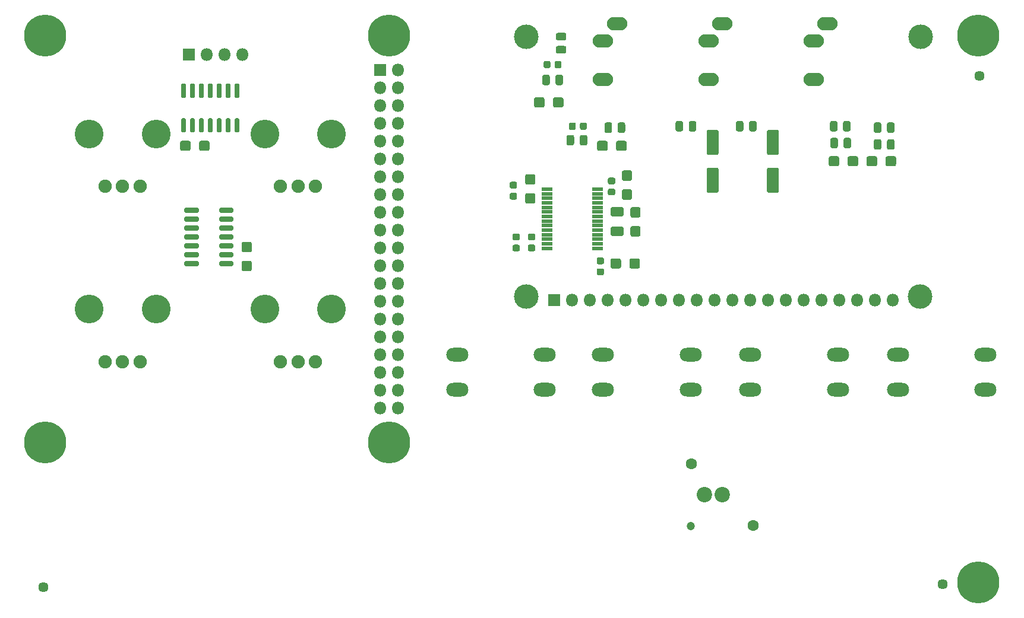
<source format=gbr>
%TF.GenerationSoftware,KiCad,Pcbnew,5.1.6-c6e7f7d~87~ubuntu18.04.1*%
%TF.CreationDate,2021-03-25T20:54:19+01:00*%
%TF.ProjectId,bz-hat,627a2d68-6174-42e6-9b69-6361645f7063,rev?*%
%TF.SameCoordinates,Original*%
%TF.FileFunction,Soldermask,Bot*%
%TF.FilePolarity,Negative*%
%FSLAX46Y46*%
G04 Gerber Fmt 4.6, Leading zero omitted, Abs format (unit mm)*
G04 Created by KiCad (PCBNEW 5.1.6-c6e7f7d~87~ubuntu18.04.1) date 2021-03-25 20:54:19*
%MOMM*%
%LPD*%
G01*
G04 APERTURE LIST*
%ADD10O,1.800000X1.800000*%
%ADD11R,1.800000X1.800000*%
%ADD12C,4.100000*%
%ADD13C,1.900000*%
%ADD14C,1.448000*%
%ADD15C,3.500000*%
%ADD16C,6.000000*%
%ADD17O,2.900000X1.900000*%
%ADD18O,3.148000X1.950000*%
%ADD19C,1.600000*%
%ADD20C,1.200000*%
%ADD21C,2.200000*%
%ADD22R,1.600000X0.500000*%
G04 APERTURE END LIST*
%TO.C,C14*%
G36*
G01*
X162318750Y-81700000D02*
X162881250Y-81700000D01*
G75*
G02*
X163125000Y-81943750I0J-243750D01*
G01*
X163125000Y-82431250D01*
G75*
G02*
X162881250Y-82675000I-243750J0D01*
G01*
X162318750Y-82675000D01*
G75*
G02*
X162075000Y-82431250I0J243750D01*
G01*
X162075000Y-81943750D01*
G75*
G02*
X162318750Y-81700000I243750J0D01*
G01*
G37*
G36*
G01*
X162318750Y-80125000D02*
X162881250Y-80125000D01*
G75*
G02*
X163125000Y-80368750I0J-243750D01*
G01*
X163125000Y-80856250D01*
G75*
G02*
X162881250Y-81100000I-243750J0D01*
G01*
X162318750Y-81100000D01*
G75*
G02*
X162075000Y-80856250I0J243750D01*
G01*
X162075000Y-80368750D01*
G75*
G02*
X162318750Y-80125000I243750J0D01*
G01*
G37*
%TD*%
%TO.C,U3*%
G36*
G01*
X108250000Y-81185000D02*
X108250000Y-80835000D01*
G75*
G02*
X108425000Y-80660000I175000J0D01*
G01*
X110125000Y-80660000D01*
G75*
G02*
X110300000Y-80835000I0J-175000D01*
G01*
X110300000Y-81185000D01*
G75*
G02*
X110125000Y-81360000I-175000J0D01*
G01*
X108425000Y-81360000D01*
G75*
G02*
X108250000Y-81185000I0J175000D01*
G01*
G37*
G36*
G01*
X108250000Y-79915000D02*
X108250000Y-79565000D01*
G75*
G02*
X108425000Y-79390000I175000J0D01*
G01*
X110125000Y-79390000D01*
G75*
G02*
X110300000Y-79565000I0J-175000D01*
G01*
X110300000Y-79915000D01*
G75*
G02*
X110125000Y-80090000I-175000J0D01*
G01*
X108425000Y-80090000D01*
G75*
G02*
X108250000Y-79915000I0J175000D01*
G01*
G37*
G36*
G01*
X108250000Y-78645000D02*
X108250000Y-78295000D01*
G75*
G02*
X108425000Y-78120000I175000J0D01*
G01*
X110125000Y-78120000D01*
G75*
G02*
X110300000Y-78295000I0J-175000D01*
G01*
X110300000Y-78645000D01*
G75*
G02*
X110125000Y-78820000I-175000J0D01*
G01*
X108425000Y-78820000D01*
G75*
G02*
X108250000Y-78645000I0J175000D01*
G01*
G37*
G36*
G01*
X108250000Y-77375000D02*
X108250000Y-77025000D01*
G75*
G02*
X108425000Y-76850000I175000J0D01*
G01*
X110125000Y-76850000D01*
G75*
G02*
X110300000Y-77025000I0J-175000D01*
G01*
X110300000Y-77375000D01*
G75*
G02*
X110125000Y-77550000I-175000J0D01*
G01*
X108425000Y-77550000D01*
G75*
G02*
X108250000Y-77375000I0J175000D01*
G01*
G37*
G36*
G01*
X108250000Y-76105000D02*
X108250000Y-75755000D01*
G75*
G02*
X108425000Y-75580000I175000J0D01*
G01*
X110125000Y-75580000D01*
G75*
G02*
X110300000Y-75755000I0J-175000D01*
G01*
X110300000Y-76105000D01*
G75*
G02*
X110125000Y-76280000I-175000J0D01*
G01*
X108425000Y-76280000D01*
G75*
G02*
X108250000Y-76105000I0J175000D01*
G01*
G37*
G36*
G01*
X108250000Y-74835000D02*
X108250000Y-74485000D01*
G75*
G02*
X108425000Y-74310000I175000J0D01*
G01*
X110125000Y-74310000D01*
G75*
G02*
X110300000Y-74485000I0J-175000D01*
G01*
X110300000Y-74835000D01*
G75*
G02*
X110125000Y-75010000I-175000J0D01*
G01*
X108425000Y-75010000D01*
G75*
G02*
X108250000Y-74835000I0J175000D01*
G01*
G37*
G36*
G01*
X108250000Y-73565000D02*
X108250000Y-73215000D01*
G75*
G02*
X108425000Y-73040000I175000J0D01*
G01*
X110125000Y-73040000D01*
G75*
G02*
X110300000Y-73215000I0J-175000D01*
G01*
X110300000Y-73565000D01*
G75*
G02*
X110125000Y-73740000I-175000J0D01*
G01*
X108425000Y-73740000D01*
G75*
G02*
X108250000Y-73565000I0J175000D01*
G01*
G37*
G36*
G01*
X103300000Y-73565000D02*
X103300000Y-73215000D01*
G75*
G02*
X103475000Y-73040000I175000J0D01*
G01*
X105175000Y-73040000D01*
G75*
G02*
X105350000Y-73215000I0J-175000D01*
G01*
X105350000Y-73565000D01*
G75*
G02*
X105175000Y-73740000I-175000J0D01*
G01*
X103475000Y-73740000D01*
G75*
G02*
X103300000Y-73565000I0J175000D01*
G01*
G37*
G36*
G01*
X103300000Y-74835000D02*
X103300000Y-74485000D01*
G75*
G02*
X103475000Y-74310000I175000J0D01*
G01*
X105175000Y-74310000D01*
G75*
G02*
X105350000Y-74485000I0J-175000D01*
G01*
X105350000Y-74835000D01*
G75*
G02*
X105175000Y-75010000I-175000J0D01*
G01*
X103475000Y-75010000D01*
G75*
G02*
X103300000Y-74835000I0J175000D01*
G01*
G37*
G36*
G01*
X103300000Y-76105000D02*
X103300000Y-75755000D01*
G75*
G02*
X103475000Y-75580000I175000J0D01*
G01*
X105175000Y-75580000D01*
G75*
G02*
X105350000Y-75755000I0J-175000D01*
G01*
X105350000Y-76105000D01*
G75*
G02*
X105175000Y-76280000I-175000J0D01*
G01*
X103475000Y-76280000D01*
G75*
G02*
X103300000Y-76105000I0J175000D01*
G01*
G37*
G36*
G01*
X103300000Y-77375000D02*
X103300000Y-77025000D01*
G75*
G02*
X103475000Y-76850000I175000J0D01*
G01*
X105175000Y-76850000D01*
G75*
G02*
X105350000Y-77025000I0J-175000D01*
G01*
X105350000Y-77375000D01*
G75*
G02*
X105175000Y-77550000I-175000J0D01*
G01*
X103475000Y-77550000D01*
G75*
G02*
X103300000Y-77375000I0J175000D01*
G01*
G37*
G36*
G01*
X103300000Y-78645000D02*
X103300000Y-78295000D01*
G75*
G02*
X103475000Y-78120000I175000J0D01*
G01*
X105175000Y-78120000D01*
G75*
G02*
X105350000Y-78295000I0J-175000D01*
G01*
X105350000Y-78645000D01*
G75*
G02*
X105175000Y-78820000I-175000J0D01*
G01*
X103475000Y-78820000D01*
G75*
G02*
X103300000Y-78645000I0J175000D01*
G01*
G37*
G36*
G01*
X103300000Y-79915000D02*
X103300000Y-79565000D01*
G75*
G02*
X103475000Y-79390000I175000J0D01*
G01*
X105175000Y-79390000D01*
G75*
G02*
X105350000Y-79565000I0J-175000D01*
G01*
X105350000Y-79915000D01*
G75*
G02*
X105175000Y-80090000I-175000J0D01*
G01*
X103475000Y-80090000D01*
G75*
G02*
X103300000Y-79915000I0J175000D01*
G01*
G37*
G36*
G01*
X103300000Y-81185000D02*
X103300000Y-80835000D01*
G75*
G02*
X103475000Y-80660000I175000J0D01*
G01*
X105175000Y-80660000D01*
G75*
G02*
X105350000Y-80835000I0J-175000D01*
G01*
X105350000Y-81185000D01*
G75*
G02*
X105175000Y-81360000I-175000J0D01*
G01*
X103475000Y-81360000D01*
G75*
G02*
X103300000Y-81185000I0J175000D01*
G01*
G37*
%TD*%
%TO.C,U1*%
G36*
G01*
X103015000Y-60250000D02*
X103365000Y-60250000D01*
G75*
G02*
X103540000Y-60425000I0J-175000D01*
G01*
X103540000Y-62125000D01*
G75*
G02*
X103365000Y-62300000I-175000J0D01*
G01*
X103015000Y-62300000D01*
G75*
G02*
X102840000Y-62125000I0J175000D01*
G01*
X102840000Y-60425000D01*
G75*
G02*
X103015000Y-60250000I175000J0D01*
G01*
G37*
G36*
G01*
X104285000Y-60250000D02*
X104635000Y-60250000D01*
G75*
G02*
X104810000Y-60425000I0J-175000D01*
G01*
X104810000Y-62125000D01*
G75*
G02*
X104635000Y-62300000I-175000J0D01*
G01*
X104285000Y-62300000D01*
G75*
G02*
X104110000Y-62125000I0J175000D01*
G01*
X104110000Y-60425000D01*
G75*
G02*
X104285000Y-60250000I175000J0D01*
G01*
G37*
G36*
G01*
X105555000Y-60250000D02*
X105905000Y-60250000D01*
G75*
G02*
X106080000Y-60425000I0J-175000D01*
G01*
X106080000Y-62125000D01*
G75*
G02*
X105905000Y-62300000I-175000J0D01*
G01*
X105555000Y-62300000D01*
G75*
G02*
X105380000Y-62125000I0J175000D01*
G01*
X105380000Y-60425000D01*
G75*
G02*
X105555000Y-60250000I175000J0D01*
G01*
G37*
G36*
G01*
X106825000Y-60250000D02*
X107175000Y-60250000D01*
G75*
G02*
X107350000Y-60425000I0J-175000D01*
G01*
X107350000Y-62125000D01*
G75*
G02*
X107175000Y-62300000I-175000J0D01*
G01*
X106825000Y-62300000D01*
G75*
G02*
X106650000Y-62125000I0J175000D01*
G01*
X106650000Y-60425000D01*
G75*
G02*
X106825000Y-60250000I175000J0D01*
G01*
G37*
G36*
G01*
X108095000Y-60250000D02*
X108445000Y-60250000D01*
G75*
G02*
X108620000Y-60425000I0J-175000D01*
G01*
X108620000Y-62125000D01*
G75*
G02*
X108445000Y-62300000I-175000J0D01*
G01*
X108095000Y-62300000D01*
G75*
G02*
X107920000Y-62125000I0J175000D01*
G01*
X107920000Y-60425000D01*
G75*
G02*
X108095000Y-60250000I175000J0D01*
G01*
G37*
G36*
G01*
X109365000Y-60250000D02*
X109715000Y-60250000D01*
G75*
G02*
X109890000Y-60425000I0J-175000D01*
G01*
X109890000Y-62125000D01*
G75*
G02*
X109715000Y-62300000I-175000J0D01*
G01*
X109365000Y-62300000D01*
G75*
G02*
X109190000Y-62125000I0J175000D01*
G01*
X109190000Y-60425000D01*
G75*
G02*
X109365000Y-60250000I175000J0D01*
G01*
G37*
G36*
G01*
X110635000Y-60250000D02*
X110985000Y-60250000D01*
G75*
G02*
X111160000Y-60425000I0J-175000D01*
G01*
X111160000Y-62125000D01*
G75*
G02*
X110985000Y-62300000I-175000J0D01*
G01*
X110635000Y-62300000D01*
G75*
G02*
X110460000Y-62125000I0J175000D01*
G01*
X110460000Y-60425000D01*
G75*
G02*
X110635000Y-60250000I175000J0D01*
G01*
G37*
G36*
G01*
X110635000Y-55300000D02*
X110985000Y-55300000D01*
G75*
G02*
X111160000Y-55475000I0J-175000D01*
G01*
X111160000Y-57175000D01*
G75*
G02*
X110985000Y-57350000I-175000J0D01*
G01*
X110635000Y-57350000D01*
G75*
G02*
X110460000Y-57175000I0J175000D01*
G01*
X110460000Y-55475000D01*
G75*
G02*
X110635000Y-55300000I175000J0D01*
G01*
G37*
G36*
G01*
X109365000Y-55300000D02*
X109715000Y-55300000D01*
G75*
G02*
X109890000Y-55475000I0J-175000D01*
G01*
X109890000Y-57175000D01*
G75*
G02*
X109715000Y-57350000I-175000J0D01*
G01*
X109365000Y-57350000D01*
G75*
G02*
X109190000Y-57175000I0J175000D01*
G01*
X109190000Y-55475000D01*
G75*
G02*
X109365000Y-55300000I175000J0D01*
G01*
G37*
G36*
G01*
X108095000Y-55300000D02*
X108445000Y-55300000D01*
G75*
G02*
X108620000Y-55475000I0J-175000D01*
G01*
X108620000Y-57175000D01*
G75*
G02*
X108445000Y-57350000I-175000J0D01*
G01*
X108095000Y-57350000D01*
G75*
G02*
X107920000Y-57175000I0J175000D01*
G01*
X107920000Y-55475000D01*
G75*
G02*
X108095000Y-55300000I175000J0D01*
G01*
G37*
G36*
G01*
X106825000Y-55300000D02*
X107175000Y-55300000D01*
G75*
G02*
X107350000Y-55475000I0J-175000D01*
G01*
X107350000Y-57175000D01*
G75*
G02*
X107175000Y-57350000I-175000J0D01*
G01*
X106825000Y-57350000D01*
G75*
G02*
X106650000Y-57175000I0J175000D01*
G01*
X106650000Y-55475000D01*
G75*
G02*
X106825000Y-55300000I175000J0D01*
G01*
G37*
G36*
G01*
X105555000Y-55300000D02*
X105905000Y-55300000D01*
G75*
G02*
X106080000Y-55475000I0J-175000D01*
G01*
X106080000Y-57175000D01*
G75*
G02*
X105905000Y-57350000I-175000J0D01*
G01*
X105555000Y-57350000D01*
G75*
G02*
X105380000Y-57175000I0J175000D01*
G01*
X105380000Y-55475000D01*
G75*
G02*
X105555000Y-55300000I175000J0D01*
G01*
G37*
G36*
G01*
X104285000Y-55300000D02*
X104635000Y-55300000D01*
G75*
G02*
X104810000Y-55475000I0J-175000D01*
G01*
X104810000Y-57175000D01*
G75*
G02*
X104635000Y-57350000I-175000J0D01*
G01*
X104285000Y-57350000D01*
G75*
G02*
X104110000Y-57175000I0J175000D01*
G01*
X104110000Y-55475000D01*
G75*
G02*
X104285000Y-55300000I175000J0D01*
G01*
G37*
G36*
G01*
X103015000Y-55300000D02*
X103365000Y-55300000D01*
G75*
G02*
X103540000Y-55475000I0J-175000D01*
G01*
X103540000Y-57175000D01*
G75*
G02*
X103365000Y-57350000I-175000J0D01*
G01*
X103015000Y-57350000D01*
G75*
G02*
X102840000Y-57175000I0J175000D01*
G01*
X102840000Y-55475000D01*
G75*
G02*
X103015000Y-55300000I175000J0D01*
G01*
G37*
%TD*%
%TO.C,C20*%
G36*
G01*
X112656482Y-79400000D02*
X111743518Y-79400000D01*
G75*
G02*
X111475000Y-79131482I0J268518D01*
G01*
X111475000Y-78168518D01*
G75*
G02*
X111743518Y-77900000I268518J0D01*
G01*
X112656482Y-77900000D01*
G75*
G02*
X112925000Y-78168518I0J-268518D01*
G01*
X112925000Y-79131482D01*
G75*
G02*
X112656482Y-79400000I-268518J0D01*
G01*
G37*
G36*
G01*
X112656482Y-82100000D02*
X111743518Y-82100000D01*
G75*
G02*
X111475000Y-81831482I0J268518D01*
G01*
X111475000Y-80868518D01*
G75*
G02*
X111743518Y-80600000I268518J0D01*
G01*
X112656482Y-80600000D01*
G75*
G02*
X112925000Y-80868518I0J-268518D01*
G01*
X112925000Y-81831482D01*
G75*
G02*
X112656482Y-82100000I-268518J0D01*
G01*
G37*
%TD*%
%TO.C,C19*%
G36*
G01*
X150318750Y-78300000D02*
X150881250Y-78300000D01*
G75*
G02*
X151125000Y-78543750I0J-243750D01*
G01*
X151125000Y-79031250D01*
G75*
G02*
X150881250Y-79275000I-243750J0D01*
G01*
X150318750Y-79275000D01*
G75*
G02*
X150075000Y-79031250I0J243750D01*
G01*
X150075000Y-78543750D01*
G75*
G02*
X150318750Y-78300000I243750J0D01*
G01*
G37*
G36*
G01*
X150318750Y-76725000D02*
X150881250Y-76725000D01*
G75*
G02*
X151125000Y-76968750I0J-243750D01*
G01*
X151125000Y-77456250D01*
G75*
G02*
X150881250Y-77700000I-243750J0D01*
G01*
X150318750Y-77700000D01*
G75*
G02*
X150075000Y-77456250I0J243750D01*
G01*
X150075000Y-76968750D01*
G75*
G02*
X150318750Y-76725000I243750J0D01*
G01*
G37*
%TD*%
%TO.C,C18*%
G36*
G01*
X105400000Y-64656482D02*
X105400000Y-63743518D01*
G75*
G02*
X105668518Y-63475000I268518J0D01*
G01*
X106631482Y-63475000D01*
G75*
G02*
X106900000Y-63743518I0J-268518D01*
G01*
X106900000Y-64656482D01*
G75*
G02*
X106631482Y-64925000I-268518J0D01*
G01*
X105668518Y-64925000D01*
G75*
G02*
X105400000Y-64656482I0J268518D01*
G01*
G37*
G36*
G01*
X102700000Y-64656482D02*
X102700000Y-63743518D01*
G75*
G02*
X102968518Y-63475000I268518J0D01*
G01*
X103931482Y-63475000D01*
G75*
G02*
X104200000Y-63743518I0J-268518D01*
G01*
X104200000Y-64656482D01*
G75*
G02*
X103931482Y-64925000I-268518J0D01*
G01*
X102968518Y-64925000D01*
G75*
G02*
X102700000Y-64656482I0J268518D01*
G01*
G37*
%TD*%
D10*
%TO.C,J6*%
X204260000Y-86200000D03*
X201720000Y-86200000D03*
X199180000Y-86200000D03*
X196640000Y-86200000D03*
X194100000Y-86200000D03*
X191560000Y-86200000D03*
X189020000Y-86200000D03*
X186480000Y-86200000D03*
X183940000Y-86200000D03*
X181400000Y-86200000D03*
X178860000Y-86200000D03*
X176320000Y-86200000D03*
X173780000Y-86200000D03*
X171240000Y-86200000D03*
X168700000Y-86200000D03*
X166160000Y-86200000D03*
X163620000Y-86200000D03*
X161080000Y-86200000D03*
X158540000Y-86200000D03*
D11*
X156000000Y-86200000D03*
%TD*%
%TO.C,C13*%
G36*
G01*
X164345000Y-75725000D02*
X165655000Y-75725000D01*
G75*
G02*
X165925000Y-75995000I0J-270000D01*
G01*
X165925000Y-76805000D01*
G75*
G02*
X165655000Y-77075000I-270000J0D01*
G01*
X164345000Y-77075000D01*
G75*
G02*
X164075000Y-76805000I0J270000D01*
G01*
X164075000Y-75995000D01*
G75*
G02*
X164345000Y-75725000I270000J0D01*
G01*
G37*
G36*
G01*
X164345000Y-72925000D02*
X165655000Y-72925000D01*
G75*
G02*
X165925000Y-73195000I0J-270000D01*
G01*
X165925000Y-74005000D01*
G75*
G02*
X165655000Y-74275000I-270000J0D01*
G01*
X164345000Y-74275000D01*
G75*
G02*
X164075000Y-74005000I0J270000D01*
G01*
X164075000Y-73195000D01*
G75*
G02*
X164345000Y-72925000I270000J0D01*
G01*
G37*
%TD*%
D12*
%TO.C,RV1*%
X99250000Y-62500000D03*
X89750000Y-62500000D03*
D13*
X97000000Y-70000000D03*
X94500000Y-70000000D03*
X92000000Y-70000000D03*
%TD*%
D12*
%TO.C,RV4*%
X99250000Y-87500000D03*
X89750000Y-87500000D03*
D13*
X97000000Y-95000000D03*
X94500000Y-95000000D03*
X92000000Y-95000000D03*
%TD*%
D12*
%TO.C,RV3*%
X124250000Y-87500000D03*
X114750000Y-87500000D03*
D13*
X122000000Y-95000000D03*
X119500000Y-95000000D03*
X117000000Y-95000000D03*
%TD*%
D12*
%TO.C,RV2*%
X124250000Y-62500000D03*
X114750000Y-62500000D03*
D13*
X122000000Y-70000000D03*
X119500000Y-70000000D03*
X117000000Y-70000000D03*
%TD*%
D14*
%TO.C,REF\u002A\u002A*%
X211400000Y-126800000D03*
%TD*%
%TO.C,REF\u002A\u002A*%
X216600000Y-54200000D03*
%TD*%
%TO.C,REF\u002A\u002A*%
X83200000Y-127200000D03*
%TD*%
D15*
%TO.C,REF\u002A\u002A*%
X152025000Y-85700000D03*
%TD*%
%TO.C,REF\u002A\u002A*%
X152040000Y-48600000D03*
%TD*%
%TO.C,REF\u002A\u002A*%
X208203000Y-85694000D03*
%TD*%
%TO.C,REF\u002A\u002A*%
X208225000Y-48600000D03*
%TD*%
D16*
%TO.C,REF\u002A\u002A*%
X216500000Y-126500000D03*
%TD*%
%TO.C,REF\u002A\u002A*%
X216500000Y-48500000D03*
%TD*%
D11*
%TO.C,J4*%
X131230000Y-53370000D03*
D10*
X133770000Y-53370000D03*
X131230000Y-55910000D03*
X133770000Y-55910000D03*
X131230000Y-58450000D03*
X133770000Y-58450000D03*
X131230000Y-60990000D03*
X133770000Y-60990000D03*
X131230000Y-63530000D03*
X133770000Y-63530000D03*
X131230000Y-66070000D03*
X133770000Y-66070000D03*
X131230000Y-68610000D03*
X133770000Y-68610000D03*
X131230000Y-71150000D03*
X133770000Y-71150000D03*
X131230000Y-73690000D03*
X133770000Y-73690000D03*
X131230000Y-76230000D03*
X133770000Y-76230000D03*
X131230000Y-78770000D03*
X133770000Y-78770000D03*
X131230000Y-81310000D03*
X133770000Y-81310000D03*
X131230000Y-83850000D03*
X133770000Y-83850000D03*
X131230000Y-86390000D03*
X133770000Y-86390000D03*
X131230000Y-88930000D03*
X133770000Y-88930000D03*
X131230000Y-91470000D03*
X133770000Y-91470000D03*
X131230000Y-94010000D03*
X133770000Y-94010000D03*
X131230000Y-96550000D03*
X133770000Y-96550000D03*
X131230000Y-99090000D03*
X133770000Y-99090000D03*
X131230000Y-101630000D03*
X133770000Y-101630000D03*
%TD*%
D17*
%TO.C,J3*%
X178000000Y-54700000D03*
X178000000Y-49200000D03*
X180000000Y-46800000D03*
%TD*%
%TO.C,J2*%
X193000000Y-54700000D03*
X193000000Y-49200000D03*
X195000000Y-46800000D03*
%TD*%
%TO.C,J1*%
X163000000Y-54700000D03*
X163000000Y-49200000D03*
X165000000Y-46800000D03*
%TD*%
D18*
%TO.C,SW3*%
X142200000Y-99000000D03*
X142200000Y-94000000D03*
X154700000Y-99000000D03*
X154700000Y-94000000D03*
%TD*%
%TO.C,C15*%
G36*
G01*
X153056482Y-69750000D02*
X152143518Y-69750000D01*
G75*
G02*
X151875000Y-69481482I0J268518D01*
G01*
X151875000Y-68518518D01*
G75*
G02*
X152143518Y-68250000I268518J0D01*
G01*
X153056482Y-68250000D01*
G75*
G02*
X153325000Y-68518518I0J-268518D01*
G01*
X153325000Y-69481482D01*
G75*
G02*
X153056482Y-69750000I-268518J0D01*
G01*
G37*
G36*
G01*
X153056482Y-72450000D02*
X152143518Y-72450000D01*
G75*
G02*
X151875000Y-72181482I0J268518D01*
G01*
X151875000Y-71218518D01*
G75*
G02*
X152143518Y-70950000I268518J0D01*
G01*
X153056482Y-70950000D01*
G75*
G02*
X153325000Y-71218518I0J-268518D01*
G01*
X153325000Y-72181482D01*
G75*
G02*
X153056482Y-72450000I-268518J0D01*
G01*
G37*
%TD*%
%TO.C,C11*%
G36*
G01*
X166750000Y-81456482D02*
X166750000Y-80543518D01*
G75*
G02*
X167018518Y-80275000I268518J0D01*
G01*
X167981482Y-80275000D01*
G75*
G02*
X168250000Y-80543518I0J-268518D01*
G01*
X168250000Y-81456482D01*
G75*
G02*
X167981482Y-81725000I-268518J0D01*
G01*
X167018518Y-81725000D01*
G75*
G02*
X166750000Y-81456482I0J268518D01*
G01*
G37*
G36*
G01*
X164050000Y-81456482D02*
X164050000Y-80543518D01*
G75*
G02*
X164318518Y-80275000I268518J0D01*
G01*
X165281482Y-80275000D01*
G75*
G02*
X165550000Y-80543518I0J-268518D01*
G01*
X165550000Y-81456482D01*
G75*
G02*
X165281482Y-81725000I-268518J0D01*
G01*
X164318518Y-81725000D01*
G75*
G02*
X164050000Y-81456482I0J268518D01*
G01*
G37*
%TD*%
%TO.C,C1*%
G36*
G01*
X155500000Y-52318750D02*
X155500000Y-52881250D01*
G75*
G02*
X155256250Y-53125000I-243750J0D01*
G01*
X154768750Y-53125000D01*
G75*
G02*
X154525000Y-52881250I0J243750D01*
G01*
X154525000Y-52318750D01*
G75*
G02*
X154768750Y-52075000I243750J0D01*
G01*
X155256250Y-52075000D01*
G75*
G02*
X155500000Y-52318750I0J-243750D01*
G01*
G37*
G36*
G01*
X157075000Y-52318750D02*
X157075000Y-52881250D01*
G75*
G02*
X156831250Y-53125000I-243750J0D01*
G01*
X156343750Y-53125000D01*
G75*
G02*
X156100000Y-52881250I0J243750D01*
G01*
X156100000Y-52318750D01*
G75*
G02*
X156343750Y-52075000I243750J0D01*
G01*
X156831250Y-52075000D01*
G75*
G02*
X157075000Y-52318750I0J-243750D01*
G01*
G37*
%TD*%
%TO.C,R4*%
G36*
G01*
X203462500Y-62081250D02*
X203462500Y-61118750D01*
G75*
G02*
X203731250Y-60850000I268750J0D01*
G01*
X204268750Y-60850000D01*
G75*
G02*
X204537500Y-61118750I0J-268750D01*
G01*
X204537500Y-62081250D01*
G75*
G02*
X204268750Y-62350000I-268750J0D01*
G01*
X203731250Y-62350000D01*
G75*
G02*
X203462500Y-62081250I0J268750D01*
G01*
G37*
G36*
G01*
X201587500Y-62081250D02*
X201587500Y-61118750D01*
G75*
G02*
X201856250Y-60850000I268750J0D01*
G01*
X202393750Y-60850000D01*
G75*
G02*
X202662500Y-61118750I0J-268750D01*
G01*
X202662500Y-62081250D01*
G75*
G02*
X202393750Y-62350000I-268750J0D01*
G01*
X201856250Y-62350000D01*
G75*
G02*
X201587500Y-62081250I0J268750D01*
G01*
G37*
%TD*%
%TO.C,C9*%
G36*
G01*
X166856482Y-69200000D02*
X165943518Y-69200000D01*
G75*
G02*
X165675000Y-68931482I0J268518D01*
G01*
X165675000Y-67968518D01*
G75*
G02*
X165943518Y-67700000I268518J0D01*
G01*
X166856482Y-67700000D01*
G75*
G02*
X167125000Y-67968518I0J-268518D01*
G01*
X167125000Y-68931482D01*
G75*
G02*
X166856482Y-69200000I-268518J0D01*
G01*
G37*
G36*
G01*
X166856482Y-71900000D02*
X165943518Y-71900000D01*
G75*
G02*
X165675000Y-71631482I0J268518D01*
G01*
X165675000Y-70668518D01*
G75*
G02*
X165943518Y-70400000I268518J0D01*
G01*
X166856482Y-70400000D01*
G75*
G02*
X167125000Y-70668518I0J-268518D01*
G01*
X167125000Y-71631482D01*
G75*
G02*
X166856482Y-71900000I-268518J0D01*
G01*
G37*
%TD*%
D19*
%TO.C,SW2*%
X175600000Y-109600000D03*
X184400000Y-118400000D03*
D20*
X175500000Y-118500000D03*
D21*
X177460000Y-114000000D03*
X180000000Y-114000000D03*
%TD*%
%TO.C,C16*%
G36*
G01*
X153081250Y-77687500D02*
X152518750Y-77687500D01*
G75*
G02*
X152275000Y-77443750I0J243750D01*
G01*
X152275000Y-76956250D01*
G75*
G02*
X152518750Y-76712500I243750J0D01*
G01*
X153081250Y-76712500D01*
G75*
G02*
X153325000Y-76956250I0J-243750D01*
G01*
X153325000Y-77443750D01*
G75*
G02*
X153081250Y-77687500I-243750J0D01*
G01*
G37*
G36*
G01*
X153081250Y-79262500D02*
X152518750Y-79262500D01*
G75*
G02*
X152275000Y-79018750I0J243750D01*
G01*
X152275000Y-78531250D01*
G75*
G02*
X152518750Y-78287500I243750J0D01*
G01*
X153081250Y-78287500D01*
G75*
G02*
X153325000Y-78531250I0J-243750D01*
G01*
X153325000Y-79018750D01*
G75*
G02*
X153081250Y-79262500I-243750J0D01*
G01*
G37*
%TD*%
%TO.C,R7*%
G36*
G01*
X196462500Y-63318750D02*
X196462500Y-64281250D01*
G75*
G02*
X196193750Y-64550000I-268750J0D01*
G01*
X195656250Y-64550000D01*
G75*
G02*
X195387500Y-64281250I0J268750D01*
G01*
X195387500Y-63318750D01*
G75*
G02*
X195656250Y-63050000I268750J0D01*
G01*
X196193750Y-63050000D01*
G75*
G02*
X196462500Y-63318750I0J-268750D01*
G01*
G37*
G36*
G01*
X198337500Y-63318750D02*
X198337500Y-64281250D01*
G75*
G02*
X198068750Y-64550000I-268750J0D01*
G01*
X197531250Y-64550000D01*
G75*
G02*
X197262500Y-64281250I0J268750D01*
G01*
X197262500Y-63318750D01*
G75*
G02*
X197531250Y-63050000I268750J0D01*
G01*
X198068750Y-63050000D01*
G75*
G02*
X198337500Y-63318750I0J-268750D01*
G01*
G37*
%TD*%
%TO.C,R6*%
G36*
G01*
X159662500Y-63881250D02*
X159662500Y-62918750D01*
G75*
G02*
X159931250Y-62650000I268750J0D01*
G01*
X160468750Y-62650000D01*
G75*
G02*
X160737500Y-62918750I0J-268750D01*
G01*
X160737500Y-63881250D01*
G75*
G02*
X160468750Y-64150000I-268750J0D01*
G01*
X159931250Y-64150000D01*
G75*
G02*
X159662500Y-63881250I0J268750D01*
G01*
G37*
G36*
G01*
X157787500Y-63881250D02*
X157787500Y-62918750D01*
G75*
G02*
X158056250Y-62650000I268750J0D01*
G01*
X158593750Y-62650000D01*
G75*
G02*
X158862500Y-62918750I0J-268750D01*
G01*
X158862500Y-63881250D01*
G75*
G02*
X158593750Y-64150000I-268750J0D01*
G01*
X158056250Y-64150000D01*
G75*
G02*
X157787500Y-63881250I0J268750D01*
G01*
G37*
%TD*%
D22*
%TO.C,U2*%
X154975000Y-70375000D03*
X154975000Y-71025000D03*
X154975000Y-71675000D03*
X154975000Y-72325000D03*
X154975000Y-72975000D03*
X154975000Y-73625000D03*
X154975000Y-74275000D03*
X154975000Y-74925000D03*
X154975000Y-75575000D03*
X154975000Y-76225000D03*
X154975000Y-76875000D03*
X154975000Y-77525000D03*
X154975000Y-78175000D03*
X154975000Y-78825000D03*
X162225000Y-78825000D03*
X162225000Y-78175000D03*
X162225000Y-77525000D03*
X162225000Y-76875000D03*
X162225000Y-76225000D03*
X162225000Y-75575000D03*
X162225000Y-74925000D03*
X162225000Y-74275000D03*
X162225000Y-73625000D03*
X162225000Y-72975000D03*
X162225000Y-72325000D03*
X162225000Y-71675000D03*
X162225000Y-71025000D03*
X162225000Y-70375000D03*
%TD*%
D10*
%TO.C,J5*%
X111600000Y-51200000D03*
X109060000Y-51200000D03*
X106520000Y-51200000D03*
D11*
X103980000Y-51200000D03*
%TD*%
%TO.C,R1*%
G36*
G01*
X156518750Y-49937500D02*
X157481250Y-49937500D01*
G75*
G02*
X157750000Y-50206250I0J-268750D01*
G01*
X157750000Y-50743750D01*
G75*
G02*
X157481250Y-51012500I-268750J0D01*
G01*
X156518750Y-51012500D01*
G75*
G02*
X156250000Y-50743750I0J268750D01*
G01*
X156250000Y-50206250D01*
G75*
G02*
X156518750Y-49937500I268750J0D01*
G01*
G37*
G36*
G01*
X156518750Y-48062500D02*
X157481250Y-48062500D01*
G75*
G02*
X157750000Y-48331250I0J-268750D01*
G01*
X157750000Y-48868750D01*
G75*
G02*
X157481250Y-49137500I-268750J0D01*
G01*
X156518750Y-49137500D01*
G75*
G02*
X156250000Y-48868750I0J268750D01*
G01*
X156250000Y-48331250D01*
G75*
G02*
X156518750Y-48062500I268750J0D01*
G01*
G37*
%TD*%
%TO.C,R9*%
G36*
G01*
X174400000Y-60918750D02*
X174400000Y-61881250D01*
G75*
G02*
X174131250Y-62150000I-268750J0D01*
G01*
X173593750Y-62150000D01*
G75*
G02*
X173325000Y-61881250I0J268750D01*
G01*
X173325000Y-60918750D01*
G75*
G02*
X173593750Y-60650000I268750J0D01*
G01*
X174131250Y-60650000D01*
G75*
G02*
X174400000Y-60918750I0J-268750D01*
G01*
G37*
G36*
G01*
X176275000Y-60918750D02*
X176275000Y-61881250D01*
G75*
G02*
X176006250Y-62150000I-268750J0D01*
G01*
X175468750Y-62150000D01*
G75*
G02*
X175200000Y-61881250I0J268750D01*
G01*
X175200000Y-60918750D01*
G75*
G02*
X175468750Y-60650000I268750J0D01*
G01*
X176006250Y-60650000D01*
G75*
G02*
X176275000Y-60918750I0J-268750D01*
G01*
G37*
%TD*%
%TO.C,C2*%
G36*
G01*
X159100000Y-61118750D02*
X159100000Y-61681250D01*
G75*
G02*
X158856250Y-61925000I-243750J0D01*
G01*
X158368750Y-61925000D01*
G75*
G02*
X158125000Y-61681250I0J243750D01*
G01*
X158125000Y-61118750D01*
G75*
G02*
X158368750Y-60875000I243750J0D01*
G01*
X158856250Y-60875000D01*
G75*
G02*
X159100000Y-61118750I0J-243750D01*
G01*
G37*
G36*
G01*
X160675000Y-61118750D02*
X160675000Y-61681250D01*
G75*
G02*
X160431250Y-61925000I-243750J0D01*
G01*
X159943750Y-61925000D01*
G75*
G02*
X159700000Y-61681250I0J243750D01*
G01*
X159700000Y-61118750D01*
G75*
G02*
X159943750Y-60875000I243750J0D01*
G01*
X160431250Y-60875000D01*
G75*
G02*
X160675000Y-61118750I0J-243750D01*
G01*
G37*
%TD*%
D18*
%TO.C,SW1*%
X205000000Y-99000000D03*
X205000000Y-94000000D03*
X217500000Y-99000000D03*
X217500000Y-94000000D03*
%TD*%
%TO.C,SW5*%
X184000000Y-99000000D03*
X184000000Y-94000000D03*
X196500000Y-99000000D03*
X196500000Y-94000000D03*
%TD*%
%TO.C,R10*%
G36*
G01*
X183800000Y-61881250D02*
X183800000Y-60918750D01*
G75*
G02*
X184068750Y-60650000I268750J0D01*
G01*
X184606250Y-60650000D01*
G75*
G02*
X184875000Y-60918750I0J-268750D01*
G01*
X184875000Y-61881250D01*
G75*
G02*
X184606250Y-62150000I-268750J0D01*
G01*
X184068750Y-62150000D01*
G75*
G02*
X183800000Y-61881250I0J268750D01*
G01*
G37*
G36*
G01*
X181925000Y-61881250D02*
X181925000Y-60918750D01*
G75*
G02*
X182193750Y-60650000I268750J0D01*
G01*
X182731250Y-60650000D01*
G75*
G02*
X183000000Y-60918750I0J-268750D01*
G01*
X183000000Y-61881250D01*
G75*
G02*
X182731250Y-62150000I-268750J0D01*
G01*
X182193750Y-62150000D01*
G75*
G02*
X181925000Y-61881250I0J268750D01*
G01*
G37*
%TD*%
%TO.C,C10*%
G36*
G01*
X167143518Y-75650000D02*
X168056482Y-75650000D01*
G75*
G02*
X168325000Y-75918518I0J-268518D01*
G01*
X168325000Y-76881482D01*
G75*
G02*
X168056482Y-77150000I-268518J0D01*
G01*
X167143518Y-77150000D01*
G75*
G02*
X166875000Y-76881482I0J268518D01*
G01*
X166875000Y-75918518D01*
G75*
G02*
X167143518Y-75650000I268518J0D01*
G01*
G37*
G36*
G01*
X167143518Y-72950000D02*
X168056482Y-72950000D01*
G75*
G02*
X168325000Y-73218518I0J-268518D01*
G01*
X168325000Y-74181482D01*
G75*
G02*
X168056482Y-74450000I-268518J0D01*
G01*
X167143518Y-74450000D01*
G75*
G02*
X166875000Y-74181482I0J268518D01*
G01*
X166875000Y-73218518D01*
G75*
G02*
X167143518Y-72950000I268518J0D01*
G01*
G37*
%TD*%
%TO.C,R5*%
G36*
G01*
X156200000Y-55281250D02*
X156200000Y-54318750D01*
G75*
G02*
X156468750Y-54050000I268750J0D01*
G01*
X157006250Y-54050000D01*
G75*
G02*
X157275000Y-54318750I0J-268750D01*
G01*
X157275000Y-55281250D01*
G75*
G02*
X157006250Y-55550000I-268750J0D01*
G01*
X156468750Y-55550000D01*
G75*
G02*
X156200000Y-55281250I0J268750D01*
G01*
G37*
G36*
G01*
X154325000Y-55281250D02*
X154325000Y-54318750D01*
G75*
G02*
X154593750Y-54050000I268750J0D01*
G01*
X155131250Y-54050000D01*
G75*
G02*
X155400000Y-54318750I0J-268750D01*
G01*
X155400000Y-55281250D01*
G75*
G02*
X155131250Y-55550000I-268750J0D01*
G01*
X154593750Y-55550000D01*
G75*
G02*
X154325000Y-55281250I0J268750D01*
G01*
G37*
%TD*%
%TO.C,C6*%
G36*
G01*
X187784375Y-65500000D02*
X186615625Y-65500000D01*
G75*
G02*
X186350000Y-65234375I0J265625D01*
G01*
X186350000Y-62165625D01*
G75*
G02*
X186615625Y-61900000I265625J0D01*
G01*
X187784375Y-61900000D01*
G75*
G02*
X188050000Y-62165625I0J-265625D01*
G01*
X188050000Y-65234375D01*
G75*
G02*
X187784375Y-65500000I-265625J0D01*
G01*
G37*
G36*
G01*
X187784375Y-70900000D02*
X186615625Y-70900000D01*
G75*
G02*
X186350000Y-70634375I0J265625D01*
G01*
X186350000Y-67565625D01*
G75*
G02*
X186615625Y-67300000I265625J0D01*
G01*
X187784375Y-67300000D01*
G75*
G02*
X188050000Y-67565625I0J-265625D01*
G01*
X188050000Y-70634375D01*
G75*
G02*
X187784375Y-70900000I-265625J0D01*
G01*
G37*
%TD*%
%TO.C,C3*%
G36*
G01*
X197850000Y-66856482D02*
X197850000Y-65943518D01*
G75*
G02*
X198118518Y-65675000I268518J0D01*
G01*
X199081482Y-65675000D01*
G75*
G02*
X199350000Y-65943518I0J-268518D01*
G01*
X199350000Y-66856482D01*
G75*
G02*
X199081482Y-67125000I-268518J0D01*
G01*
X198118518Y-67125000D01*
G75*
G02*
X197850000Y-66856482I0J268518D01*
G01*
G37*
G36*
G01*
X195150000Y-66856482D02*
X195150000Y-65943518D01*
G75*
G02*
X195418518Y-65675000I268518J0D01*
G01*
X196381482Y-65675000D01*
G75*
G02*
X196650000Y-65943518I0J-268518D01*
G01*
X196650000Y-66856482D01*
G75*
G02*
X196381482Y-67125000I-268518J0D01*
G01*
X195418518Y-67125000D01*
G75*
G02*
X195150000Y-66856482I0J268518D01*
G01*
G37*
%TD*%
%TO.C,C7*%
G36*
G01*
X155850000Y-58456482D02*
X155850000Y-57543518D01*
G75*
G02*
X156118518Y-57275000I268518J0D01*
G01*
X157081482Y-57275000D01*
G75*
G02*
X157350000Y-57543518I0J-268518D01*
G01*
X157350000Y-58456482D01*
G75*
G02*
X157081482Y-58725000I-268518J0D01*
G01*
X156118518Y-58725000D01*
G75*
G02*
X155850000Y-58456482I0J268518D01*
G01*
G37*
G36*
G01*
X153150000Y-58456482D02*
X153150000Y-57543518D01*
G75*
G02*
X153418518Y-57275000I268518J0D01*
G01*
X154381482Y-57275000D01*
G75*
G02*
X154650000Y-57543518I0J-268518D01*
G01*
X154650000Y-58456482D01*
G75*
G02*
X154381482Y-58725000I-268518J0D01*
G01*
X153418518Y-58725000D01*
G75*
G02*
X153150000Y-58456482I0J268518D01*
G01*
G37*
%TD*%
%TO.C,C17*%
G36*
G01*
X149918750Y-70900000D02*
X150481250Y-70900000D01*
G75*
G02*
X150725000Y-71143750I0J-243750D01*
G01*
X150725000Y-71631250D01*
G75*
G02*
X150481250Y-71875000I-243750J0D01*
G01*
X149918750Y-71875000D01*
G75*
G02*
X149675000Y-71631250I0J243750D01*
G01*
X149675000Y-71143750D01*
G75*
G02*
X149918750Y-70900000I243750J0D01*
G01*
G37*
G36*
G01*
X149918750Y-69325000D02*
X150481250Y-69325000D01*
G75*
G02*
X150725000Y-69568750I0J-243750D01*
G01*
X150725000Y-70056250D01*
G75*
G02*
X150481250Y-70300000I-243750J0D01*
G01*
X149918750Y-70300000D01*
G75*
G02*
X149675000Y-70056250I0J243750D01*
G01*
X149675000Y-69568750D01*
G75*
G02*
X149918750Y-69325000I243750J0D01*
G01*
G37*
%TD*%
%TO.C,R3*%
G36*
G01*
X196400000Y-60918750D02*
X196400000Y-61881250D01*
G75*
G02*
X196131250Y-62150000I-268750J0D01*
G01*
X195593750Y-62150000D01*
G75*
G02*
X195325000Y-61881250I0J268750D01*
G01*
X195325000Y-60918750D01*
G75*
G02*
X195593750Y-60650000I268750J0D01*
G01*
X196131250Y-60650000D01*
G75*
G02*
X196400000Y-60918750I0J-268750D01*
G01*
G37*
G36*
G01*
X198275000Y-60918750D02*
X198275000Y-61881250D01*
G75*
G02*
X198006250Y-62150000I-268750J0D01*
G01*
X197468750Y-62150000D01*
G75*
G02*
X197200000Y-61881250I0J268750D01*
G01*
X197200000Y-60918750D01*
G75*
G02*
X197468750Y-60650000I268750J0D01*
G01*
X198006250Y-60650000D01*
G75*
G02*
X198275000Y-60918750I0J-268750D01*
G01*
G37*
%TD*%
%TO.C,C8*%
G36*
G01*
X164850000Y-64656482D02*
X164850000Y-63743518D01*
G75*
G02*
X165118518Y-63475000I268518J0D01*
G01*
X166081482Y-63475000D01*
G75*
G02*
X166350000Y-63743518I0J-268518D01*
G01*
X166350000Y-64656482D01*
G75*
G02*
X166081482Y-64925000I-268518J0D01*
G01*
X165118518Y-64925000D01*
G75*
G02*
X164850000Y-64656482I0J268518D01*
G01*
G37*
G36*
G01*
X162150000Y-64656482D02*
X162150000Y-63743518D01*
G75*
G02*
X162418518Y-63475000I268518J0D01*
G01*
X163381482Y-63475000D01*
G75*
G02*
X163650000Y-63743518I0J-268518D01*
G01*
X163650000Y-64656482D01*
G75*
G02*
X163381482Y-64925000I-268518J0D01*
G01*
X162418518Y-64925000D01*
G75*
G02*
X162150000Y-64656482I0J268518D01*
G01*
G37*
%TD*%
%TO.C,C5*%
G36*
G01*
X179184375Y-65500000D02*
X178015625Y-65500000D01*
G75*
G02*
X177750000Y-65234375I0J265625D01*
G01*
X177750000Y-62165625D01*
G75*
G02*
X178015625Y-61900000I265625J0D01*
G01*
X179184375Y-61900000D01*
G75*
G02*
X179450000Y-62165625I0J-265625D01*
G01*
X179450000Y-65234375D01*
G75*
G02*
X179184375Y-65500000I-265625J0D01*
G01*
G37*
G36*
G01*
X179184375Y-70900000D02*
X178015625Y-70900000D01*
G75*
G02*
X177750000Y-70634375I0J265625D01*
G01*
X177750000Y-67565625D01*
G75*
G02*
X178015625Y-67300000I265625J0D01*
G01*
X179184375Y-67300000D01*
G75*
G02*
X179450000Y-67565625I0J-265625D01*
G01*
X179450000Y-70634375D01*
G75*
G02*
X179184375Y-70900000I-265625J0D01*
G01*
G37*
%TD*%
%TO.C,R2*%
G36*
G01*
X164262500Y-61118750D02*
X164262500Y-62081250D01*
G75*
G02*
X163993750Y-62350000I-268750J0D01*
G01*
X163456250Y-62350000D01*
G75*
G02*
X163187500Y-62081250I0J268750D01*
G01*
X163187500Y-61118750D01*
G75*
G02*
X163456250Y-60850000I268750J0D01*
G01*
X163993750Y-60850000D01*
G75*
G02*
X164262500Y-61118750I0J-268750D01*
G01*
G37*
G36*
G01*
X166137500Y-61118750D02*
X166137500Y-62081250D01*
G75*
G02*
X165868750Y-62350000I-268750J0D01*
G01*
X165331250Y-62350000D01*
G75*
G02*
X165062500Y-62081250I0J268750D01*
G01*
X165062500Y-61118750D01*
G75*
G02*
X165331250Y-60850000I268750J0D01*
G01*
X165868750Y-60850000D01*
G75*
G02*
X166137500Y-61118750I0J-268750D01*
G01*
G37*
%TD*%
%TO.C,SW4*%
X163000000Y-99000000D03*
X163000000Y-94000000D03*
X175500000Y-99000000D03*
X175500000Y-94000000D03*
%TD*%
%TO.C,C12*%
G36*
G01*
X164481250Y-69700000D02*
X163918750Y-69700000D01*
G75*
G02*
X163675000Y-69456250I0J243750D01*
G01*
X163675000Y-68968750D01*
G75*
G02*
X163918750Y-68725000I243750J0D01*
G01*
X164481250Y-68725000D01*
G75*
G02*
X164725000Y-68968750I0J-243750D01*
G01*
X164725000Y-69456250D01*
G75*
G02*
X164481250Y-69700000I-243750J0D01*
G01*
G37*
G36*
G01*
X164481250Y-71275000D02*
X163918750Y-71275000D01*
G75*
G02*
X163675000Y-71031250I0J243750D01*
G01*
X163675000Y-70543750D01*
G75*
G02*
X163918750Y-70300000I243750J0D01*
G01*
X164481250Y-70300000D01*
G75*
G02*
X164725000Y-70543750I0J-243750D01*
G01*
X164725000Y-71031250D01*
G75*
G02*
X164481250Y-71275000I-243750J0D01*
G01*
G37*
%TD*%
%TO.C,R8*%
G36*
G01*
X203462500Y-64481250D02*
X203462500Y-63518750D01*
G75*
G02*
X203731250Y-63250000I268750J0D01*
G01*
X204268750Y-63250000D01*
G75*
G02*
X204537500Y-63518750I0J-268750D01*
G01*
X204537500Y-64481250D01*
G75*
G02*
X204268750Y-64750000I-268750J0D01*
G01*
X203731250Y-64750000D01*
G75*
G02*
X203462500Y-64481250I0J268750D01*
G01*
G37*
G36*
G01*
X201587500Y-64481250D02*
X201587500Y-63518750D01*
G75*
G02*
X201856250Y-63250000I268750J0D01*
G01*
X202393750Y-63250000D01*
G75*
G02*
X202662500Y-63518750I0J-268750D01*
G01*
X202662500Y-64481250D01*
G75*
G02*
X202393750Y-64750000I-268750J0D01*
G01*
X201856250Y-64750000D01*
G75*
G02*
X201587500Y-64481250I0J268750D01*
G01*
G37*
%TD*%
%TO.C,C4*%
G36*
G01*
X202050000Y-65943518D02*
X202050000Y-66856482D01*
G75*
G02*
X201781482Y-67125000I-268518J0D01*
G01*
X200818518Y-67125000D01*
G75*
G02*
X200550000Y-66856482I0J268518D01*
G01*
X200550000Y-65943518D01*
G75*
G02*
X200818518Y-65675000I268518J0D01*
G01*
X201781482Y-65675000D01*
G75*
G02*
X202050000Y-65943518I0J-268518D01*
G01*
G37*
G36*
G01*
X204750000Y-65943518D02*
X204750000Y-66856482D01*
G75*
G02*
X204481482Y-67125000I-268518J0D01*
G01*
X203518518Y-67125000D01*
G75*
G02*
X203250000Y-66856482I0J268518D01*
G01*
X203250000Y-65943518D01*
G75*
G02*
X203518518Y-65675000I268518J0D01*
G01*
X204481482Y-65675000D01*
G75*
G02*
X204750000Y-65943518I0J-268518D01*
G01*
G37*
%TD*%
D16*
%TO.C,REF\u002A\u002A*%
X132500000Y-106500000D03*
%TD*%
%TO.C,REF\u002A\u002A*%
X132500000Y-48500000D03*
%TD*%
%TO.C,REF\u002A\u002A*%
X83500000Y-106500000D03*
%TD*%
%TO.C,REF\u002A\u002A*%
X83500000Y-48500000D03*
%TD*%
M02*

</source>
